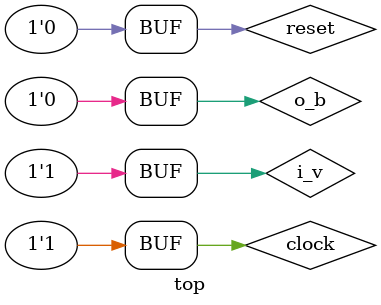
<source format=v>
`include "zle_xc.v"

module top;
   wire clock, reset;
   wire [2:0] i_d;	wire i_v, i_b;
   wire [3:0] o_d;	wire o_v, o_b;

   zle_xc zle_xc_(clock,reset, i_d,i_v,i_b, o_d,o_v,o_b);

   assign     i_v=1;
   assign     o_b=0;
   assign     clock=1;
   assign     reset=0;
     
endmodule // top


</source>
